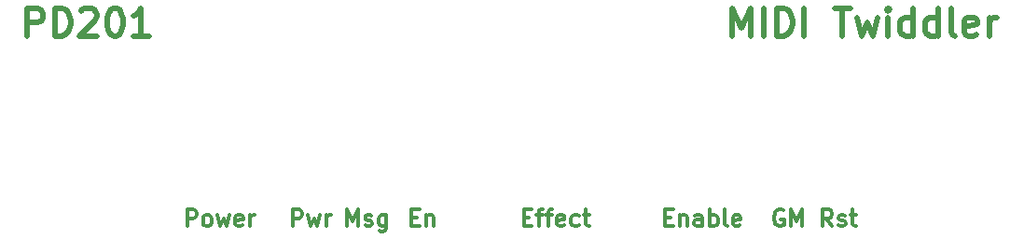
<source format=gbr>
%TF.GenerationSoftware,KiCad,Pcbnew,(5.1.9)-1*%
%TF.CreationDate,2021-04-04T20:16:54-07:00*%
%TF.ProjectId,miditwiddle-front,6d696469-7477-4696-9464-6c652d66726f,rev?*%
%TF.SameCoordinates,PX9157080PY68799b0*%
%TF.FileFunction,Legend,Top*%
%TF.FilePolarity,Positive*%
%FSLAX46Y46*%
G04 Gerber Fmt 4.6, Leading zero omitted, Abs format (unit mm)*
G04 Created by KiCad (PCBNEW (5.1.9)-1) date 2021-04-04 20:16:54*
%MOMM*%
%LPD*%
G01*
G04 APERTURE LIST*
%ADD10C,0.300000*%
%ADD11C,0.500000*%
G04 APERTURE END LIST*
D10*
X24483571Y115000D02*
X24340714Y186429D01*
X24126428Y186429D01*
X23912142Y115000D01*
X23769285Y-27857D01*
X23697857Y-170714D01*
X23626428Y-456428D01*
X23626428Y-670714D01*
X23697857Y-956428D01*
X23769285Y-1099285D01*
X23912142Y-1242142D01*
X24126428Y-1313571D01*
X24269285Y-1313571D01*
X24483571Y-1242142D01*
X24555000Y-1170714D01*
X24555000Y-670714D01*
X24269285Y-670714D01*
X25197857Y-1313571D02*
X25197857Y186429D01*
X25697857Y-885000D01*
X26197857Y186429D01*
X26197857Y-1313571D01*
X28912142Y-1313571D02*
X28412142Y-599285D01*
X28055000Y-1313571D02*
X28055000Y186429D01*
X28626428Y186429D01*
X28769285Y115000D01*
X28840714Y43572D01*
X28912142Y-99285D01*
X28912142Y-313571D01*
X28840714Y-456428D01*
X28769285Y-527857D01*
X28626428Y-599285D01*
X28055000Y-599285D01*
X29483571Y-1242142D02*
X29626428Y-1313571D01*
X29912142Y-1313571D01*
X30055000Y-1242142D01*
X30126428Y-1099285D01*
X30126428Y-1027857D01*
X30055000Y-885000D01*
X29912142Y-813571D01*
X29697857Y-813571D01*
X29555000Y-742142D01*
X29483571Y-599285D01*
X29483571Y-527857D01*
X29555000Y-385000D01*
X29697857Y-313571D01*
X29912142Y-313571D01*
X30055000Y-385000D01*
X30555000Y-313571D02*
X31126428Y-313571D01*
X30769285Y186429D02*
X30769285Y-1099285D01*
X30840714Y-1242142D01*
X30983571Y-1313571D01*
X31126428Y-1313571D01*
X917142Y-527857D02*
X1417142Y-527857D01*
X1631428Y-1313571D02*
X917142Y-1313571D01*
X917142Y186429D01*
X1631428Y186429D01*
X2060000Y-313571D02*
X2631428Y-313571D01*
X2274285Y-1313571D02*
X2274285Y-27857D01*
X2345714Y115000D01*
X2488571Y186429D01*
X2631428Y186429D01*
X2917142Y-313571D02*
X3488571Y-313571D01*
X3131428Y-1313571D02*
X3131428Y-27857D01*
X3202857Y115000D01*
X3345714Y186429D01*
X3488571Y186429D01*
X4560000Y-1242142D02*
X4417142Y-1313571D01*
X4131428Y-1313571D01*
X3988571Y-1242142D01*
X3917142Y-1099285D01*
X3917142Y-527857D01*
X3988571Y-385000D01*
X4131428Y-313571D01*
X4417142Y-313571D01*
X4560000Y-385000D01*
X4631428Y-527857D01*
X4631428Y-670714D01*
X3917142Y-813571D01*
X5917142Y-1242142D02*
X5774285Y-1313571D01*
X5488571Y-1313571D01*
X5345714Y-1242142D01*
X5274285Y-1170714D01*
X5202857Y-1027857D01*
X5202857Y-599285D01*
X5274285Y-456428D01*
X5345714Y-385000D01*
X5488571Y-313571D01*
X5774285Y-313571D01*
X5917142Y-385000D01*
X6345714Y-313571D02*
X6917142Y-313571D01*
X6560000Y186429D02*
X6560000Y-1099285D01*
X6631428Y-1242142D01*
X6774285Y-1313571D01*
X6917142Y-1313571D01*
X13752142Y-527857D02*
X14252142Y-527857D01*
X14466428Y-1313571D02*
X13752142Y-1313571D01*
X13752142Y186429D01*
X14466428Y186429D01*
X15109285Y-313571D02*
X15109285Y-1313571D01*
X15109285Y-456428D02*
X15180714Y-385000D01*
X15323571Y-313571D01*
X15537857Y-313571D01*
X15680714Y-385000D01*
X15752142Y-527857D01*
X15752142Y-1313571D01*
X17109285Y-1313571D02*
X17109285Y-527857D01*
X17037857Y-385000D01*
X16895000Y-313571D01*
X16609285Y-313571D01*
X16466428Y-385000D01*
X17109285Y-1242142D02*
X16966428Y-1313571D01*
X16609285Y-1313571D01*
X16466428Y-1242142D01*
X16395000Y-1099285D01*
X16395000Y-956428D01*
X16466428Y-813571D01*
X16609285Y-742142D01*
X16966428Y-742142D01*
X17109285Y-670714D01*
X17823571Y-1313571D02*
X17823571Y186429D01*
X17823571Y-385000D02*
X17966428Y-313571D01*
X18252142Y-313571D01*
X18395000Y-385000D01*
X18466428Y-456428D01*
X18537857Y-599285D01*
X18537857Y-1027857D01*
X18466428Y-1170714D01*
X18395000Y-1242142D01*
X18252142Y-1313571D01*
X17966428Y-1313571D01*
X17823571Y-1242142D01*
X19395000Y-1313571D02*
X19252142Y-1242142D01*
X19180714Y-1099285D01*
X19180714Y186429D01*
X20537857Y-1242142D02*
X20395000Y-1313571D01*
X20109285Y-1313571D01*
X19966428Y-1242142D01*
X19895000Y-1099285D01*
X19895000Y-527857D01*
X19966428Y-385000D01*
X20109285Y-313571D01*
X20395000Y-313571D01*
X20537857Y-385000D01*
X20609285Y-527857D01*
X20609285Y-670714D01*
X19895000Y-813571D01*
X-9255000Y-527857D02*
X-8755000Y-527857D01*
X-8540715Y-1313571D02*
X-9255000Y-1313571D01*
X-9255000Y186429D01*
X-8540715Y186429D01*
X-7897858Y-313571D02*
X-7897858Y-1313571D01*
X-7897858Y-456428D02*
X-7826429Y-385000D01*
X-7683572Y-313571D01*
X-7469286Y-313571D01*
X-7326429Y-385000D01*
X-7255000Y-527857D01*
X-7255000Y-1313571D01*
X-15120715Y-1313571D02*
X-15120715Y186429D01*
X-14620715Y-885000D01*
X-14120715Y186429D01*
X-14120715Y-1313571D01*
X-13477858Y-1242142D02*
X-13335000Y-1313571D01*
X-13049286Y-1313571D01*
X-12906429Y-1242142D01*
X-12835000Y-1099285D01*
X-12835000Y-1027857D01*
X-12906429Y-885000D01*
X-13049286Y-813571D01*
X-13263572Y-813571D01*
X-13406429Y-742142D01*
X-13477858Y-599285D01*
X-13477858Y-527857D01*
X-13406429Y-385000D01*
X-13263572Y-313571D01*
X-13049286Y-313571D01*
X-12906429Y-385000D01*
X-11549286Y-313571D02*
X-11549286Y-1527857D01*
X-11620715Y-1670714D01*
X-11692143Y-1742142D01*
X-11835000Y-1813571D01*
X-12049286Y-1813571D01*
X-12192143Y-1742142D01*
X-11549286Y-1242142D02*
X-11692143Y-1313571D01*
X-11977858Y-1313571D01*
X-12120715Y-1242142D01*
X-12192143Y-1170714D01*
X-12263572Y-1027857D01*
X-12263572Y-599285D01*
X-12192143Y-456428D01*
X-12120715Y-385000D01*
X-11977858Y-313571D01*
X-11692143Y-313571D01*
X-11549286Y-385000D01*
X-20057858Y-1313571D02*
X-20057858Y186429D01*
X-19486429Y186429D01*
X-19343572Y115000D01*
X-19272143Y43572D01*
X-19200715Y-99285D01*
X-19200715Y-313571D01*
X-19272143Y-456428D01*
X-19343572Y-527857D01*
X-19486429Y-599285D01*
X-20057858Y-599285D01*
X-18700715Y-313571D02*
X-18415000Y-1313571D01*
X-18129286Y-599285D01*
X-17843572Y-1313571D01*
X-17557858Y-313571D01*
X-16986429Y-1313571D02*
X-16986429Y-313571D01*
X-16986429Y-599285D02*
X-16915000Y-456428D01*
X-16843572Y-385000D01*
X-16700715Y-313571D01*
X-16557858Y-313571D01*
X-29634286Y-1313571D02*
X-29634286Y186429D01*
X-29062858Y186429D01*
X-28920000Y115000D01*
X-28848572Y43572D01*
X-28777143Y-99285D01*
X-28777143Y-313571D01*
X-28848572Y-456428D01*
X-28920000Y-527857D01*
X-29062858Y-599285D01*
X-29634286Y-599285D01*
X-27920000Y-1313571D02*
X-28062858Y-1242142D01*
X-28134286Y-1170714D01*
X-28205715Y-1027857D01*
X-28205715Y-599285D01*
X-28134286Y-456428D01*
X-28062858Y-385000D01*
X-27920000Y-313571D01*
X-27705715Y-313571D01*
X-27562858Y-385000D01*
X-27491429Y-456428D01*
X-27420000Y-599285D01*
X-27420000Y-1027857D01*
X-27491429Y-1170714D01*
X-27562858Y-1242142D01*
X-27705715Y-1313571D01*
X-27920000Y-1313571D01*
X-26920000Y-313571D02*
X-26634286Y-1313571D01*
X-26348572Y-599285D01*
X-26062858Y-1313571D01*
X-25777143Y-313571D01*
X-24634286Y-1242142D02*
X-24777143Y-1313571D01*
X-25062858Y-1313571D01*
X-25205715Y-1242142D01*
X-25277143Y-1099285D01*
X-25277143Y-527857D01*
X-25205715Y-385000D01*
X-25062858Y-313571D01*
X-24777143Y-313571D01*
X-24634286Y-385000D01*
X-24562858Y-527857D01*
X-24562858Y-670714D01*
X-25277143Y-813571D01*
X-23920000Y-1313571D02*
X-23920000Y-313571D01*
X-23920000Y-599285D02*
X-23848572Y-456428D01*
X-23777143Y-385000D01*
X-23634286Y-313571D01*
X-23491429Y-313571D01*
D11*
X19839285Y16014048D02*
X19839285Y18514048D01*
X20672619Y16728334D01*
X21505952Y18514048D01*
X21505952Y16014048D01*
X22696428Y16014048D02*
X22696428Y18514048D01*
X23886904Y16014048D02*
X23886904Y18514048D01*
X24482142Y18514048D01*
X24839285Y18395000D01*
X25077380Y18156905D01*
X25196428Y17918810D01*
X25315476Y17442620D01*
X25315476Y17085477D01*
X25196428Y16609286D01*
X25077380Y16371191D01*
X24839285Y16133096D01*
X24482142Y16014048D01*
X23886904Y16014048D01*
X26386904Y16014048D02*
X26386904Y18514048D01*
X29125000Y18514048D02*
X30553571Y18514048D01*
X29839285Y16014048D02*
X29839285Y18514048D01*
X31148809Y17680715D02*
X31625000Y16014048D01*
X32101190Y17204524D01*
X32577380Y16014048D01*
X33053571Y17680715D01*
X34005952Y16014048D02*
X34005952Y17680715D01*
X34005952Y18514048D02*
X33886904Y18395000D01*
X34005952Y18275953D01*
X34125000Y18395000D01*
X34005952Y18514048D01*
X34005952Y18275953D01*
X36267857Y16014048D02*
X36267857Y18514048D01*
X36267857Y16133096D02*
X36029761Y16014048D01*
X35553571Y16014048D01*
X35315476Y16133096D01*
X35196428Y16252143D01*
X35077380Y16490239D01*
X35077380Y17204524D01*
X35196428Y17442620D01*
X35315476Y17561667D01*
X35553571Y17680715D01*
X36029761Y17680715D01*
X36267857Y17561667D01*
X38529761Y16014048D02*
X38529761Y18514048D01*
X38529761Y16133096D02*
X38291666Y16014048D01*
X37815476Y16014048D01*
X37577380Y16133096D01*
X37458333Y16252143D01*
X37339285Y16490239D01*
X37339285Y17204524D01*
X37458333Y17442620D01*
X37577380Y17561667D01*
X37815476Y17680715D01*
X38291666Y17680715D01*
X38529761Y17561667D01*
X40077380Y16014048D02*
X39839285Y16133096D01*
X39720238Y16371191D01*
X39720238Y18514048D01*
X41982142Y16133096D02*
X41744047Y16014048D01*
X41267857Y16014048D01*
X41029761Y16133096D01*
X40910714Y16371191D01*
X40910714Y17323572D01*
X41029761Y17561667D01*
X41267857Y17680715D01*
X41744047Y17680715D01*
X41982142Y17561667D01*
X42101190Y17323572D01*
X42101190Y17085477D01*
X40910714Y16847381D01*
X43172619Y16014048D02*
X43172619Y17680715D01*
X43172619Y17204524D02*
X43291666Y17442620D01*
X43410714Y17561667D01*
X43648809Y17680715D01*
X43886904Y17680715D01*
X-44164762Y16014048D02*
X-44164762Y18514048D01*
X-43212381Y18514048D01*
X-42974286Y18395000D01*
X-42855239Y18275953D01*
X-42736191Y18037858D01*
X-42736191Y17680715D01*
X-42855239Y17442620D01*
X-42974286Y17323572D01*
X-43212381Y17204524D01*
X-44164762Y17204524D01*
X-41664762Y16014048D02*
X-41664762Y18514048D01*
X-41069524Y18514048D01*
X-40712381Y18395000D01*
X-40474286Y18156905D01*
X-40355239Y17918810D01*
X-40236191Y17442620D01*
X-40236191Y17085477D01*
X-40355239Y16609286D01*
X-40474286Y16371191D01*
X-40712381Y16133096D01*
X-41069524Y16014048D01*
X-41664762Y16014048D01*
X-39283810Y18275953D02*
X-39164762Y18395000D01*
X-38926667Y18514048D01*
X-38331429Y18514048D01*
X-38093334Y18395000D01*
X-37974286Y18275953D01*
X-37855239Y18037858D01*
X-37855239Y17799762D01*
X-37974286Y17442620D01*
X-39402858Y16014048D01*
X-37855239Y16014048D01*
X-36307620Y18514048D02*
X-36069524Y18514048D01*
X-35831429Y18395000D01*
X-35712381Y18275953D01*
X-35593334Y18037858D01*
X-35474286Y17561667D01*
X-35474286Y16966429D01*
X-35593334Y16490239D01*
X-35712381Y16252143D01*
X-35831429Y16133096D01*
X-36069524Y16014048D01*
X-36307620Y16014048D01*
X-36545715Y16133096D01*
X-36664762Y16252143D01*
X-36783810Y16490239D01*
X-36902858Y16966429D01*
X-36902858Y17561667D01*
X-36783810Y18037858D01*
X-36664762Y18275953D01*
X-36545715Y18395000D01*
X-36307620Y18514048D01*
X-33093334Y16014048D02*
X-34521905Y16014048D01*
X-33807620Y16014048D02*
X-33807620Y18514048D01*
X-34045715Y18156905D01*
X-34283810Y17918810D01*
X-34521905Y17799762D01*
M02*

</source>
